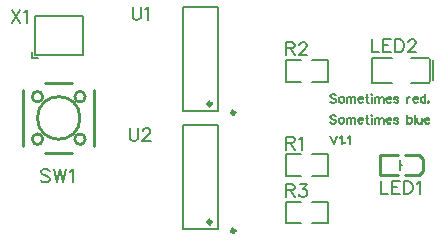
<source format=gto>
G04 Layer: TopSilkscreenLayer*
G04 EasyEDA v6.5.40, 2024-07-28 23:41:03*
G04 a67cddfb3fce44daa9051d46cbbcc19f,10*
G04 Gerber Generator version 0.2*
G04 Scale: 100 percent, Rotated: No, Reflected: No *
G04 Dimensions in millimeters *
G04 leading zeros omitted , absolute positions ,4 integer and 5 decimal *
%FSLAX45Y45*%
%MOMM*%

%ADD10C,0.2032*%
%ADD11C,0.1524*%
%ADD12C,0.2540*%
%ADD13C,0.2030*%
%ADD14C,0.1520*%
%ADD15C,0.3000*%
%ADD16C,0.0116*%

%LPD*%
D10*
X2947670Y1190497D02*
G01*
X2940811Y1197355D01*
X2930652Y1200657D01*
X2916936Y1200657D01*
X2906775Y1197355D01*
X2899918Y1190497D01*
X2899918Y1183639D01*
X2903474Y1176781D01*
X2906775Y1173479D01*
X2913634Y1169923D01*
X2934208Y1163065D01*
X2940811Y1159763D01*
X2944368Y1156462D01*
X2947670Y1149604D01*
X2947670Y1139189D01*
X2940811Y1132586D01*
X2930652Y1129029D01*
X2916936Y1129029D01*
X2906775Y1132586D01*
X2899918Y1139189D01*
X2987293Y1176781D02*
G01*
X2980436Y1173479D01*
X2973577Y1166621D01*
X2970275Y1156462D01*
X2970275Y1149604D01*
X2973577Y1139189D01*
X2980436Y1132586D01*
X2987293Y1129029D01*
X2997454Y1129029D01*
X3004311Y1132586D01*
X3011170Y1139189D01*
X3014472Y1149604D01*
X3014472Y1156462D01*
X3011170Y1166621D01*
X3004311Y1173479D01*
X2997454Y1176781D01*
X2987293Y1176781D01*
X3037077Y1176781D02*
G01*
X3037077Y1129029D01*
X3037077Y1163065D02*
G01*
X3047238Y1173479D01*
X3054095Y1176781D01*
X3064256Y1176781D01*
X3071113Y1173479D01*
X3074415Y1163065D01*
X3074415Y1129029D01*
X3074415Y1163065D02*
G01*
X3084829Y1173479D01*
X3091688Y1176781D01*
X3101847Y1176781D01*
X3108706Y1173479D01*
X3112008Y1163065D01*
X3112008Y1129029D01*
X3134613Y1156462D02*
G01*
X3175508Y1156462D01*
X3175508Y1163065D01*
X3171952Y1169923D01*
X3168650Y1173479D01*
X3161791Y1176781D01*
X3151631Y1176781D01*
X3144774Y1173479D01*
X3137915Y1166621D01*
X3134613Y1156462D01*
X3134613Y1149604D01*
X3137915Y1139189D01*
X3144774Y1132586D01*
X3151631Y1129029D01*
X3161791Y1129029D01*
X3168650Y1132586D01*
X3175508Y1139189D01*
X3208274Y1200657D02*
G01*
X3208274Y1142745D01*
X3211575Y1132586D01*
X3218434Y1129029D01*
X3225291Y1129029D01*
X3197859Y1176781D02*
G01*
X3221736Y1176781D01*
X3247643Y1200657D02*
G01*
X3251200Y1197355D01*
X3254502Y1200657D01*
X3251200Y1203960D01*
X3247643Y1200657D01*
X3251200Y1176781D02*
G01*
X3251200Y1129029D01*
X3277108Y1176781D02*
G01*
X3277108Y1129029D01*
X3277108Y1163065D02*
G01*
X3287268Y1173479D01*
X3294125Y1176781D01*
X3304286Y1176781D01*
X3311143Y1173479D01*
X3314445Y1163065D01*
X3314445Y1129029D01*
X3314445Y1163065D02*
G01*
X3324859Y1173479D01*
X3331718Y1176781D01*
X3341877Y1176781D01*
X3348736Y1173479D01*
X3352038Y1163065D01*
X3352038Y1129029D01*
X3374643Y1156462D02*
G01*
X3415538Y1156462D01*
X3415538Y1163065D01*
X3411981Y1169923D01*
X3408679Y1173479D01*
X3401822Y1176781D01*
X3391661Y1176781D01*
X3384804Y1173479D01*
X3377945Y1166621D01*
X3374643Y1156462D01*
X3374643Y1149604D01*
X3377945Y1139189D01*
X3384804Y1132586D01*
X3391661Y1129029D01*
X3401822Y1129029D01*
X3408679Y1132586D01*
X3415538Y1139189D01*
X3475481Y1166621D02*
G01*
X3471925Y1173479D01*
X3461765Y1176781D01*
X3451606Y1176781D01*
X3441445Y1173479D01*
X3437890Y1166621D01*
X3441445Y1159763D01*
X3448304Y1156462D01*
X3465322Y1152905D01*
X3471925Y1149604D01*
X3475481Y1142745D01*
X3475481Y1139189D01*
X3471925Y1132586D01*
X3461765Y1129029D01*
X3451606Y1129029D01*
X3441445Y1132586D01*
X3437890Y1139189D01*
X3550411Y1176781D02*
G01*
X3550411Y1129029D01*
X3550411Y1156462D02*
G01*
X3553968Y1166621D01*
X3560572Y1173479D01*
X3567429Y1176781D01*
X3577843Y1176781D01*
X3600195Y1156462D02*
G01*
X3641090Y1156462D01*
X3641090Y1163065D01*
X3637788Y1169923D01*
X3634231Y1173479D01*
X3627627Y1176781D01*
X3617213Y1176781D01*
X3610356Y1173479D01*
X3603752Y1166621D01*
X3600195Y1156462D01*
X3600195Y1149604D01*
X3603752Y1139189D01*
X3610356Y1132586D01*
X3617213Y1129029D01*
X3627627Y1129029D01*
X3634231Y1132586D01*
X3641090Y1139189D01*
X3704590Y1200657D02*
G01*
X3704590Y1129029D01*
X3704590Y1166621D02*
G01*
X3697731Y1173479D01*
X3690874Y1176781D01*
X3680713Y1176781D01*
X3673856Y1173479D01*
X3666997Y1166621D01*
X3663695Y1156462D01*
X3663695Y1149604D01*
X3666997Y1139189D01*
X3673856Y1132586D01*
X3680713Y1129029D01*
X3690874Y1129029D01*
X3697731Y1132586D01*
X3704590Y1139189D01*
X3733800Y1142745D02*
G01*
X3730497Y1139189D01*
X3726941Y1142745D01*
X3730497Y1146047D01*
X3733800Y1142745D01*
X3733800Y1135887D01*
X3726941Y1129029D01*
X2947670Y1013968D02*
G01*
X2940811Y1020571D01*
X2930652Y1024128D01*
X2916936Y1024128D01*
X2906775Y1020571D01*
X2899918Y1013968D01*
X2899918Y1007110D01*
X2903474Y1000252D01*
X2906775Y996695D01*
X2913634Y993394D01*
X2934208Y986536D01*
X2940811Y983234D01*
X2944368Y979678D01*
X2947670Y972820D01*
X2947670Y962660D01*
X2940811Y955802D01*
X2930652Y952500D01*
X2916936Y952500D01*
X2906775Y955802D01*
X2899918Y962660D01*
X2987293Y1000252D02*
G01*
X2980436Y996695D01*
X2973577Y990092D01*
X2970275Y979678D01*
X2970275Y972820D01*
X2973577Y962660D01*
X2980436Y955802D01*
X2987293Y952500D01*
X2997454Y952500D01*
X3004311Y955802D01*
X3011170Y962660D01*
X3014472Y972820D01*
X3014472Y979678D01*
X3011170Y990092D01*
X3004311Y996695D01*
X2997454Y1000252D01*
X2987293Y1000252D01*
X3037077Y1000252D02*
G01*
X3037077Y952500D01*
X3037077Y986536D02*
G01*
X3047238Y996695D01*
X3054095Y1000252D01*
X3064256Y1000252D01*
X3071113Y996695D01*
X3074415Y986536D01*
X3074415Y952500D01*
X3074415Y986536D02*
G01*
X3084829Y996695D01*
X3091688Y1000252D01*
X3101847Y1000252D01*
X3108706Y996695D01*
X3112008Y986536D01*
X3112008Y952500D01*
X3134613Y979678D02*
G01*
X3175508Y979678D01*
X3175508Y986536D01*
X3171952Y993394D01*
X3168650Y996695D01*
X3161791Y1000252D01*
X3151631Y1000252D01*
X3144774Y996695D01*
X3137915Y990092D01*
X3134613Y979678D01*
X3134613Y972820D01*
X3137915Y962660D01*
X3144774Y955802D01*
X3151631Y952500D01*
X3161791Y952500D01*
X3168650Y955802D01*
X3175508Y962660D01*
X3208274Y1024128D02*
G01*
X3208274Y966215D01*
X3211575Y955802D01*
X3218434Y952500D01*
X3225291Y952500D01*
X3197859Y1000252D02*
G01*
X3221736Y1000252D01*
X3247643Y1024128D02*
G01*
X3251200Y1020571D01*
X3254502Y1024128D01*
X3251200Y1027429D01*
X3247643Y1024128D01*
X3251200Y1000252D02*
G01*
X3251200Y952500D01*
X3277108Y1000252D02*
G01*
X3277108Y952500D01*
X3277108Y986536D02*
G01*
X3287268Y996695D01*
X3294125Y1000252D01*
X3304286Y1000252D01*
X3311143Y996695D01*
X3314445Y986536D01*
X3314445Y952500D01*
X3314445Y986536D02*
G01*
X3324859Y996695D01*
X3331718Y1000252D01*
X3341877Y1000252D01*
X3348736Y996695D01*
X3352038Y986536D01*
X3352038Y952500D01*
X3374643Y979678D02*
G01*
X3415538Y979678D01*
X3415538Y986536D01*
X3411981Y993394D01*
X3408679Y996695D01*
X3401822Y1000252D01*
X3391661Y1000252D01*
X3384804Y996695D01*
X3377945Y990092D01*
X3374643Y979678D01*
X3374643Y972820D01*
X3377945Y962660D01*
X3384804Y955802D01*
X3391661Y952500D01*
X3401822Y952500D01*
X3408679Y955802D01*
X3415538Y962660D01*
X3475481Y990092D02*
G01*
X3471925Y996695D01*
X3461765Y1000252D01*
X3451606Y1000252D01*
X3441445Y996695D01*
X3437890Y990092D01*
X3441445Y983234D01*
X3448304Y979678D01*
X3465322Y976376D01*
X3471925Y972820D01*
X3475481Y966215D01*
X3475481Y962660D01*
X3471925Y955802D01*
X3461765Y952500D01*
X3451606Y952500D01*
X3441445Y955802D01*
X3437890Y962660D01*
X3550411Y1024128D02*
G01*
X3550411Y952500D01*
X3550411Y990092D02*
G01*
X3557270Y996695D01*
X3564127Y1000252D01*
X3574288Y1000252D01*
X3581145Y996695D01*
X3588004Y990092D01*
X3591306Y979678D01*
X3591306Y972820D01*
X3588004Y962660D01*
X3581145Y955802D01*
X3574288Y952500D01*
X3564127Y952500D01*
X3557270Y955802D01*
X3550411Y962660D01*
X3613911Y1024128D02*
G01*
X3613911Y952500D01*
X3636263Y1000252D02*
G01*
X3636263Y966215D01*
X3639820Y955802D01*
X3646677Y952500D01*
X3656838Y952500D01*
X3663695Y955802D01*
X3673856Y966215D01*
X3673856Y1000252D02*
G01*
X3673856Y952500D01*
X3696461Y979678D02*
G01*
X3737356Y979678D01*
X3737356Y986536D01*
X3733800Y993394D01*
X3730497Y996695D01*
X3723640Y1000252D01*
X3713479Y1000252D01*
X3706622Y996695D01*
X3699763Y990092D01*
X3696461Y979678D01*
X3696461Y972820D01*
X3699763Y962660D01*
X3706622Y955802D01*
X3713479Y952500D01*
X3723640Y952500D01*
X3730497Y955802D01*
X3737356Y962660D01*
X2899918Y847597D02*
G01*
X2927350Y775970D01*
X2954527Y847597D02*
G01*
X2927350Y775970D01*
X2977134Y833881D02*
G01*
X2983738Y837184D01*
X2994152Y847597D01*
X2994152Y775970D01*
X3020059Y792987D02*
G01*
X3016504Y789431D01*
X3020059Y786129D01*
X3023361Y789431D01*
X3020059Y792987D01*
X3045968Y833881D02*
G01*
X3052825Y837184D01*
X3062986Y847597D01*
X3062986Y775970D01*
D11*
X2525013Y840231D02*
G01*
X2525013Y731265D01*
X2525013Y840231D02*
G01*
X2571750Y840231D01*
X2587243Y835152D01*
X2592577Y829818D01*
X2597658Y819657D01*
X2597658Y809244D01*
X2592577Y798829D01*
X2587243Y793495D01*
X2571750Y788415D01*
X2525013Y788415D01*
X2561336Y788415D02*
G01*
X2597658Y731265D01*
X2631947Y819657D02*
G01*
X2642361Y824737D01*
X2658109Y840231D01*
X2658109Y731265D01*
X2525013Y1640331D02*
G01*
X2525013Y1531112D01*
X2525013Y1640331D02*
G01*
X2571750Y1640331D01*
X2587243Y1635252D01*
X2592577Y1629918D01*
X2597658Y1619504D01*
X2597658Y1609089D01*
X2592577Y1598676D01*
X2587243Y1593595D01*
X2571750Y1588262D01*
X2525013Y1588262D01*
X2561336Y1588262D02*
G01*
X2597658Y1531112D01*
X2637281Y1614423D02*
G01*
X2637281Y1619504D01*
X2642361Y1629918D01*
X2647695Y1635252D01*
X2658109Y1640331D01*
X2678684Y1640331D01*
X2689097Y1635252D01*
X2694431Y1629918D01*
X2699511Y1619504D01*
X2699511Y1609089D01*
X2694431Y1598676D01*
X2684018Y1583181D01*
X2631947Y1531112D01*
X2704845Y1531112D01*
X2525013Y440436D02*
G01*
X2525013Y331215D01*
X2525013Y440436D02*
G01*
X2571750Y440436D01*
X2587243Y435102D01*
X2592577Y430021D01*
X2597658Y419607D01*
X2597658Y409194D01*
X2592577Y398779D01*
X2587243Y393445D01*
X2571750Y388365D01*
X2525013Y388365D01*
X2561336Y388365D02*
G01*
X2597658Y331215D01*
X2642361Y440436D02*
G01*
X2699511Y440436D01*
X2668270Y398779D01*
X2684018Y398779D01*
X2694431Y393445D01*
X2699511Y388365D01*
X2704845Y372871D01*
X2704845Y362457D01*
X2699511Y346710D01*
X2689097Y336295D01*
X2673604Y331215D01*
X2658109Y331215D01*
X2642361Y336295D01*
X2637281Y341629D01*
X2631947Y352044D01*
X3324999Y465315D02*
G01*
X3324999Y356349D01*
X3324999Y356349D02*
G01*
X3387229Y356349D01*
X3421519Y465315D02*
G01*
X3421519Y356349D01*
X3421519Y465315D02*
G01*
X3489083Y465315D01*
X3421519Y413499D02*
G01*
X3463175Y413499D01*
X3421519Y356349D02*
G01*
X3489083Y356349D01*
X3523373Y465315D02*
G01*
X3523373Y356349D01*
X3523373Y465315D02*
G01*
X3559949Y465315D01*
X3575443Y460235D01*
X3585857Y449821D01*
X3590937Y439407D01*
X3596271Y423659D01*
X3596271Y397751D01*
X3590937Y382257D01*
X3585857Y371843D01*
X3575443Y361429D01*
X3559949Y356349D01*
X3523373Y356349D01*
X3630561Y444487D02*
G01*
X3640975Y449821D01*
X3656469Y465315D01*
X3656469Y356349D01*
X3250001Y1665315D02*
G01*
X3250001Y1556349D01*
X3250001Y1556349D02*
G01*
X3312231Y1556349D01*
X3346521Y1665315D02*
G01*
X3346521Y1556349D01*
X3346521Y1665315D02*
G01*
X3414085Y1665315D01*
X3346521Y1613499D02*
G01*
X3388177Y1613499D01*
X3346521Y1556349D02*
G01*
X3414085Y1556349D01*
X3448375Y1665315D02*
G01*
X3448375Y1556349D01*
X3448375Y1665315D02*
G01*
X3484951Y1665315D01*
X3500445Y1660235D01*
X3510859Y1649821D01*
X3515939Y1639407D01*
X3521273Y1623659D01*
X3521273Y1597751D01*
X3515939Y1582257D01*
X3510859Y1571843D01*
X3500445Y1561429D01*
X3484951Y1556349D01*
X3448375Y1556349D01*
X3560643Y1639407D02*
G01*
X3560643Y1644487D01*
X3565977Y1654901D01*
X3571057Y1660235D01*
X3581471Y1665315D01*
X3602299Y1665315D01*
X3612713Y1660235D01*
X3617793Y1654901D01*
X3623127Y1644487D01*
X3623127Y1634073D01*
X3617793Y1623659D01*
X3607379Y1608165D01*
X3555563Y1556349D01*
X3628207Y1556349D01*
X522643Y549821D02*
G01*
X512229Y560235D01*
X496735Y565315D01*
X475907Y565315D01*
X460413Y560235D01*
X449999Y549821D01*
X449999Y539407D01*
X455079Y528993D01*
X460413Y523659D01*
X470827Y518579D01*
X502069Y508165D01*
X512229Y503085D01*
X517563Y497751D01*
X522643Y487337D01*
X522643Y471843D01*
X512229Y461429D01*
X496735Y456349D01*
X475907Y456349D01*
X460413Y461429D01*
X449999Y471843D01*
X556933Y565315D02*
G01*
X583095Y456349D01*
X609003Y565315D02*
G01*
X583095Y456349D01*
X609003Y565315D02*
G01*
X634911Y456349D01*
X660819Y565315D02*
G01*
X634911Y456349D01*
X695109Y544487D02*
G01*
X705523Y549821D01*
X721271Y565315D01*
X721271Y456349D01*
X199999Y1915314D02*
G01*
X272643Y1806348D01*
X272643Y1915314D02*
G01*
X199999Y1806348D01*
X306933Y1894486D02*
G01*
X317347Y1899820D01*
X333095Y1915314D01*
X333095Y1806348D01*
X1224993Y1940316D02*
G01*
X1224993Y1862338D01*
X1230073Y1846844D01*
X1240487Y1836430D01*
X1256235Y1831350D01*
X1266649Y1831350D01*
X1282143Y1836430D01*
X1292557Y1846844D01*
X1297637Y1862338D01*
X1297637Y1940316D01*
X1331927Y1919488D02*
G01*
X1342341Y1924822D01*
X1358089Y1940316D01*
X1358089Y1831350D01*
X1199995Y915316D02*
G01*
X1199995Y837338D01*
X1205075Y821844D01*
X1215489Y811430D01*
X1231237Y806350D01*
X1241651Y806350D01*
X1257145Y811430D01*
X1267559Y821844D01*
X1272639Y837338D01*
X1272639Y915316D01*
X1312263Y889408D02*
G01*
X1312263Y894488D01*
X1317343Y904902D01*
X1322677Y910236D01*
X1333091Y915316D01*
X1353665Y915316D01*
X1364079Y910236D01*
X1369413Y904902D01*
X1374493Y894488D01*
X1374493Y884074D01*
X1369413Y873660D01*
X1358999Y858166D01*
X1306929Y806350D01*
X1379827Y806350D01*
G36*
X3761587Y1488643D02*
G01*
X3761587Y1311402D01*
X3776827Y1311402D01*
X3776827Y1488643D01*
G37*
X2747639Y508238D02*
G01*
X2876133Y508238D01*
X2876133Y691657D01*
X2747639Y691657D01*
X2652400Y508238D02*
G01*
X2523906Y508238D01*
X2523906Y691657D01*
X2652400Y691657D01*
X2747639Y1308338D02*
G01*
X2876133Y1308338D01*
X2876133Y1491757D01*
X2747639Y1491757D01*
X2652400Y1308338D02*
G01*
X2523906Y1308338D01*
X2523906Y1491757D01*
X2652400Y1491757D01*
X2652400Y291607D02*
G01*
X2523906Y291607D01*
X2523906Y108188D01*
X2652400Y108188D01*
X2747639Y291607D02*
G01*
X2876133Y291607D01*
X2876133Y108188D01*
X2747639Y108188D01*
D12*
X3323470Y686358D02*
G01*
X3323470Y513638D01*
X3323470Y513638D02*
G01*
X3470790Y513638D01*
X3323470Y686358D02*
G01*
X3470790Y686358D01*
X3529210Y513638D02*
G01*
X3646050Y513638D01*
X3531750Y686358D02*
G01*
X3646050Y686358D01*
X3646050Y686358D02*
G01*
X3681610Y650798D01*
X3681610Y549198D01*
X3646050Y513638D01*
D13*
X3492380Y640638D02*
G01*
X3492380Y561898D01*
X3492380Y600793D02*
G01*
X3509916Y600793D01*
D11*
X3417376Y1503862D02*
G01*
X3253635Y1503862D01*
X3253635Y1296136D01*
X3417376Y1296136D01*
X3582614Y1503862D02*
G01*
X3731112Y1503862D01*
X3746355Y1488620D01*
X3746355Y1311379D01*
X3731112Y1296136D01*
X3582614Y1296136D01*
D12*
X299999Y759589D02*
G01*
X299999Y1240411D01*
X485307Y1299999D02*
G01*
X714689Y1299999D01*
X899998Y1240411D02*
G01*
X899998Y759589D01*
X714689Y700001D02*
G01*
X485307Y700001D01*
D14*
X371398Y1560311D02*
G01*
X371398Y1509511D01*
X422198Y1509511D01*
D11*
X397052Y1532130D02*
G01*
X397052Y1865124D01*
X803198Y1865111D01*
X803198Y1700011D01*
X803198Y1534911D01*
X803198Y1534911D01*
X397052Y1532130D01*
X1952142Y1059878D02*
G01*
X1647860Y1059878D01*
X1647860Y1940120D01*
X1952142Y1940120D01*
X1952142Y1059878D01*
X1952142Y59877D02*
G01*
X1647860Y59877D01*
X1647860Y940120D01*
X1952142Y940120D01*
X1952142Y59877D01*
D12*
G75*
G01
X780009Y999998D02*
G03X780009Y999998I-180010J0D01*
G75*
G01
X464744Y1180008D02*
G03X464744Y1180008I-44729J0D01*
G75*
G01
X464718Y819988D02*
G03X464718Y819988I-44729J0D01*
G75*
G01
X824738Y819988D02*
G03X824738Y819988I-44729J0D01*
G75*
G01
X824738Y1180008D02*
G03X824738Y1180008I-44729J0D01*
D15*
G75*
G01
X1891919Y1118997D02*
G03X1891919Y1118997I-15011J0D01*
G75*
G01
X2091919Y1045058D02*
G03X2091919Y1045058I-15011J0D01*
G75*
G01
X1891919Y118999D02*
G03X1891919Y118999I-15011J0D01*
G75*
G01
X2091919Y45060D02*
G03X2091919Y45060I-15011J0D01*
M02*

</source>
